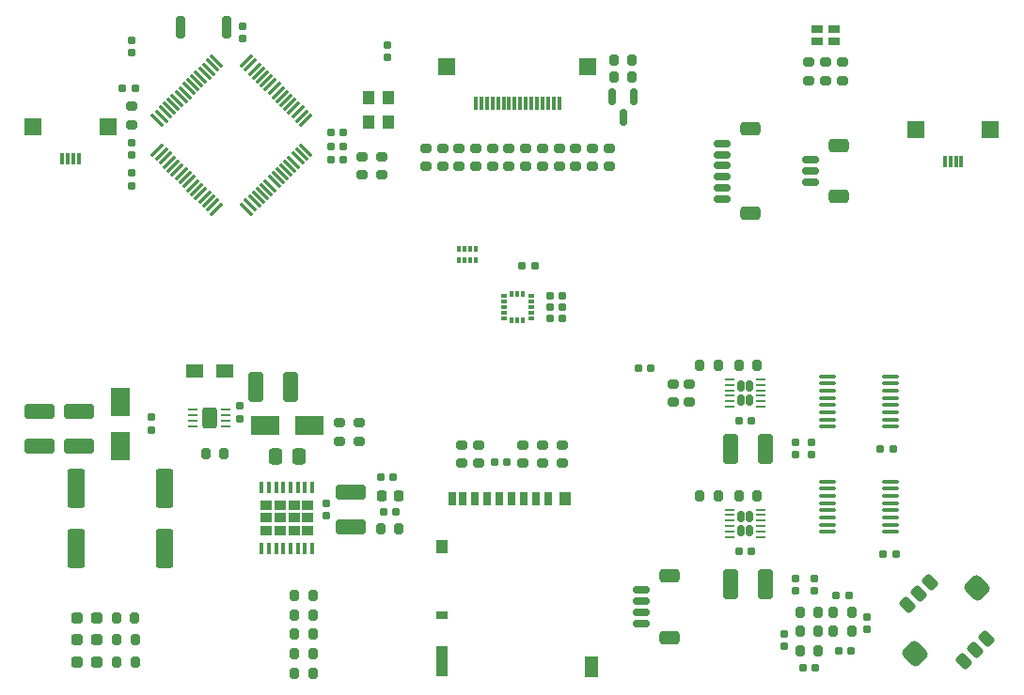
<source format=gbr>
%TF.GenerationSoftware,KiCad,Pcbnew,(6.0.4)*%
%TF.CreationDate,2022-08-24T21:10:21+09:00*%
%TF.ProjectId,robotrace_v1_main,726f626f-7472-4616-9365-5f76315f6d61,rev?*%
%TF.SameCoordinates,Original*%
%TF.FileFunction,Paste,Top*%
%TF.FilePolarity,Positive*%
%FSLAX46Y46*%
G04 Gerber Fmt 4.6, Leading zero omitted, Abs format (unit mm)*
G04 Created by KiCad (PCBNEW (6.0.4)) date 2022-08-24 21:10:21*
%MOMM*%
%LPD*%
G01*
G04 APERTURE LIST*
G04 Aperture macros list*
%AMRoundRect*
0 Rectangle with rounded corners*
0 $1 Rounding radius*
0 $2 $3 $4 $5 $6 $7 $8 $9 X,Y pos of 4 corners*
0 Add a 4 corners polygon primitive as box body*
4,1,4,$2,$3,$4,$5,$6,$7,$8,$9,$2,$3,0*
0 Add four circle primitives for the rounded corners*
1,1,$1+$1,$2,$3*
1,1,$1+$1,$4,$5*
1,1,$1+$1,$6,$7*
1,1,$1+$1,$8,$9*
0 Add four rect primitives between the rounded corners*
20,1,$1+$1,$2,$3,$4,$5,0*
20,1,$1+$1,$4,$5,$6,$7,0*
20,1,$1+$1,$6,$7,$8,$9,0*
20,1,$1+$1,$8,$9,$2,$3,0*%
G04 Aperture macros list end*
%ADD10RoundRect,0.200000X0.275000X-0.200000X0.275000X0.200000X-0.275000X0.200000X-0.275000X-0.200000X0*%
%ADD11R,0.700000X1.200000*%
%ADD12R,1.000000X0.800000*%
%ADD13R,1.000000X1.200000*%
%ADD14R,1.000000X2.800000*%
%ADD15R,1.300000X1.900000*%
%ADD16RoundRect,0.250000X-0.412500X-1.100000X0.412500X-1.100000X0.412500X1.100000X-0.412500X1.100000X0*%
%ADD17RoundRect,0.200000X-0.275000X0.200000X-0.275000X-0.200000X0.275000X-0.200000X0.275000X0.200000X0*%
%ADD18R,1.500000X1.200000*%
%ADD19RoundRect,0.155000X-0.155000X0.212500X-0.155000X-0.212500X0.155000X-0.212500X0.155000X0.212500X0*%
%ADD20RoundRect,0.155000X-0.212500X-0.155000X0.212500X-0.155000X0.212500X0.155000X-0.212500X0.155000X0*%
%ADD21RoundRect,0.200000X0.200000X0.275000X-0.200000X0.275000X-0.200000X-0.275000X0.200000X-0.275000X0*%
%ADD22RoundRect,0.250000X1.100000X-0.412500X1.100000X0.412500X-1.100000X0.412500X-1.100000X-0.412500X0*%
%ADD23RoundRect,0.250000X-0.337500X-0.475000X0.337500X-0.475000X0.337500X0.475000X-0.337500X0.475000X0*%
%ADD24RoundRect,0.155000X0.155000X-0.212500X0.155000X0.212500X-0.155000X0.212500X-0.155000X-0.212500X0*%
%ADD25R,1.050000X0.880000*%
%ADD26R,0.450000X1.050000*%
%ADD27R,0.300000X1.000000*%
%ADD28R,1.600000X1.600000*%
%ADD29RoundRect,0.237500X-0.287500X-0.237500X0.287500X-0.237500X0.287500X0.237500X-0.287500X0.237500X0*%
%ADD30RoundRect,0.150000X-0.625000X0.150000X-0.625000X-0.150000X0.625000X-0.150000X0.625000X0.150000X0*%
%ADD31RoundRect,0.250000X-0.650000X0.350000X-0.650000X-0.350000X0.650000X-0.350000X0.650000X0.350000X0*%
%ADD32RoundRect,0.200000X-0.200000X-0.275000X0.200000X-0.275000X0.200000X0.275000X-0.200000X0.275000X0*%
%ADD33RoundRect,0.250000X-0.415000X-0.710000X0.415000X-0.710000X0.415000X0.710000X-0.415000X0.710000X0*%
%ADD34RoundRect,0.062500X-0.362500X-0.062500X0.362500X-0.062500X0.362500X0.062500X-0.362500X0.062500X0*%
%ADD35R,1.800000X2.500000*%
%ADD36RoundRect,0.250000X0.550000X-1.500000X0.550000X1.500000X-0.550000X1.500000X-0.550000X-1.500000X0*%
%ADD37RoundRect,0.075000X0.441942X0.548008X-0.548008X-0.441942X-0.441942X-0.548008X0.548008X0.441942X0*%
%ADD38RoundRect,0.075000X-0.441942X0.548008X-0.548008X0.441942X0.441942X-0.548008X0.548008X-0.441942X0*%
%ADD39RoundRect,0.160000X-0.160000X-0.345000X0.160000X-0.345000X0.160000X0.345000X-0.160000X0.345000X0*%
%ADD40RoundRect,0.250000X-1.100000X0.412500X-1.100000X-0.412500X1.100000X-0.412500X1.100000X0.412500X0*%
%ADD41RoundRect,0.250000X-0.477297X0.123744X0.123744X-0.477297X0.477297X-0.123744X-0.123744X0.477297X0*%
%ADD42RoundRect,0.450000X-0.707107X0.070711X0.070711X-0.707107X0.707107X-0.070711X-0.070711X0.707107X0*%
%ADD43R,1.000000X1.300000*%
%ADD44RoundRect,0.200000X0.200000X0.800000X-0.200000X0.800000X-0.200000X-0.800000X0.200000X-0.800000X0*%
%ADD45RoundRect,0.218750X-0.218750X-0.256250X0.218750X-0.256250X0.218750X0.256250X-0.218750X0.256250X0*%
%ADD46RoundRect,0.100000X-0.637500X-0.100000X0.637500X-0.100000X0.637500X0.100000X-0.637500X0.100000X0*%
%ADD47R,2.500000X1.800000*%
%ADD48RoundRect,0.155000X0.212500X0.155000X-0.212500X0.155000X-0.212500X-0.155000X0.212500X-0.155000X0*%
%ADD49RoundRect,0.087500X-0.187500X-0.087500X0.187500X-0.087500X0.187500X0.087500X-0.187500X0.087500X0*%
%ADD50RoundRect,0.087500X-0.087500X-0.187500X0.087500X-0.187500X0.087500X0.187500X-0.087500X0.187500X0*%
%ADD51R,0.300000X1.300000*%
%ADD52RoundRect,0.150000X-0.150000X0.587500X-0.150000X-0.587500X0.150000X-0.587500X0.150000X0.587500X0*%
%ADD53R,0.400000X0.500000*%
%ADD54R,0.300000X0.500000*%
G04 APERTURE END LIST*
D10*
%TO.C,R30*%
X149500000Y-97825000D03*
X149500000Y-96175000D03*
%TD*%
D11*
%TO.C,J8*%
X150025000Y-127810000D03*
X148925000Y-127810000D03*
X147825000Y-127810000D03*
X146725000Y-127810000D03*
X145625000Y-127810000D03*
X144525000Y-127810000D03*
X143425000Y-127810000D03*
X142325000Y-127810000D03*
X141375000Y-127810000D03*
D12*
X140425000Y-138310000D03*
D13*
X151575000Y-127810000D03*
X140425000Y-132110000D03*
D14*
X140425000Y-142460000D03*
D15*
X153925000Y-142910000D03*
%TD*%
D16*
%TO.C,C26*%
X123687500Y-117687500D03*
X126812500Y-117687500D03*
%TD*%
D10*
%TO.C,R18*%
X139000000Y-97825000D03*
X139000000Y-96175000D03*
%TD*%
D17*
%TO.C,R39*%
X161250000Y-117425000D03*
X161250000Y-119075000D03*
%TD*%
D18*
%TO.C,L1*%
X118150000Y-116250000D03*
X120850000Y-116250000D03*
%TD*%
D10*
%TO.C,R29*%
X148000000Y-97825000D03*
X148000000Y-96175000D03*
%TD*%
D19*
%TO.C,C35*%
X174000000Y-134932500D03*
X174000000Y-136067500D03*
%TD*%
D17*
%TO.C,R4*%
X112500000Y-92425000D03*
X112500000Y-94075000D03*
%TD*%
D20*
%TO.C,C42*%
X135182500Y-129000000D03*
X136317500Y-129000000D03*
%TD*%
%TO.C,C24*%
X147682500Y-106750000D03*
X148817500Y-106750000D03*
%TD*%
D17*
%TO.C,R46*%
X133250000Y-96925000D03*
X133250000Y-98575000D03*
%TD*%
D21*
%TO.C,R9*%
X174325000Y-138000000D03*
X172675000Y-138000000D03*
%TD*%
D22*
%TO.C,C38*%
X132250000Y-130312500D03*
X132250000Y-127187500D03*
%TD*%
D23*
%TO.C,C29*%
X125462500Y-123937500D03*
X127537500Y-123937500D03*
%TD*%
D24*
%TO.C,C1*%
X122500000Y-86317500D03*
X122500000Y-85182500D03*
%TD*%
D25*
%TO.C,U6*%
X128375000Y-128366600D03*
X127125000Y-128366600D03*
X124625000Y-128366600D03*
X125875000Y-129500000D03*
X127125000Y-129500000D03*
X128375000Y-130633400D03*
X124625000Y-130633400D03*
X125875000Y-128366600D03*
X125875000Y-130633400D03*
X128375000Y-129500000D03*
X127125000Y-130633400D03*
X124625000Y-129500000D03*
D26*
X124225000Y-132275000D03*
X124875000Y-132275000D03*
X125525000Y-132275000D03*
X126175000Y-132275000D03*
X126825000Y-132275000D03*
X127475000Y-132275000D03*
X128125000Y-132275000D03*
X128775000Y-132275000D03*
X128775000Y-126725000D03*
X128125000Y-126725000D03*
X127475000Y-126725000D03*
X126825000Y-126725000D03*
X126175000Y-126725000D03*
X125525000Y-126725000D03*
X124875000Y-126725000D03*
X124225000Y-126725000D03*
%TD*%
D27*
%TO.C,J1*%
X187225000Y-97400000D03*
X186725000Y-97400000D03*
X186250000Y-97400000D03*
X185750000Y-97400000D03*
D28*
X183137500Y-94525000D03*
X189837500Y-94525000D03*
%TD*%
D29*
%TO.C,D2*%
X107625000Y-138500000D03*
X109375000Y-138500000D03*
%TD*%
D21*
%TO.C,R12*%
X174325000Y-139750000D03*
X172675000Y-139750000D03*
%TD*%
D30*
%TO.C,J4*%
X158425000Y-136000000D03*
X158425000Y-137000000D03*
X158425000Y-138000000D03*
X158425000Y-139000000D03*
D31*
X160950000Y-140300000D03*
X160950000Y-134700000D03*
%TD*%
D20*
%TO.C,C13*%
X130432500Y-97250000D03*
X131567500Y-97250000D03*
%TD*%
D10*
%TO.C,R27*%
X145000000Y-97825000D03*
X145000000Y-96175000D03*
%TD*%
D32*
%TO.C,R47*%
X134925000Y-130500000D03*
X136575000Y-130500000D03*
%TD*%
D10*
%TO.C,R45*%
X131250000Y-122575000D03*
X131250000Y-120925000D03*
%TD*%
D17*
%TO.C,R17*%
X147750000Y-122925000D03*
X147750000Y-124575000D03*
%TD*%
D24*
%TO.C,C37*%
X130000000Y-129317500D03*
X130000000Y-128182500D03*
%TD*%
D32*
%TO.C,R10*%
X175675000Y-138000000D03*
X177325000Y-138000000D03*
%TD*%
D10*
%TO.C,R28*%
X146500000Y-97825000D03*
X146500000Y-96175000D03*
%TD*%
D33*
%TO.C,U3*%
X119500000Y-120500000D03*
D34*
X118025000Y-119750000D03*
X118025000Y-120250000D03*
X118025000Y-120750000D03*
X118025000Y-121250000D03*
X120975000Y-121250000D03*
X120975000Y-120750000D03*
X120975000Y-120250000D03*
X120975000Y-119750000D03*
%TD*%
D16*
%TO.C,C33*%
X166437500Y-135500000D03*
X169562500Y-135500000D03*
%TD*%
D29*
%TO.C,D5*%
X107625000Y-140500000D03*
X109375000Y-140500000D03*
%TD*%
D19*
%TO.C,C25*%
X122250000Y-119432500D03*
X122250000Y-120567500D03*
%TD*%
D32*
%TO.C,R38*%
X111175000Y-140500000D03*
X112825000Y-140500000D03*
%TD*%
D10*
%TO.C,R26*%
X143500000Y-97825000D03*
X143500000Y-96175000D03*
%TD*%
D35*
%TO.C,D3*%
X111500000Y-119062500D03*
X111500000Y-123062500D03*
%TD*%
D36*
%TO.C,C15*%
X107500000Y-132262500D03*
X107500000Y-126862500D03*
%TD*%
D37*
%TO.C,U1*%
X128164481Y-93638819D03*
X127810928Y-93285266D03*
X127457375Y-92931713D03*
X127103821Y-92578159D03*
X126750268Y-92224606D03*
X126396714Y-91871052D03*
X126043161Y-91517499D03*
X125689608Y-91163946D03*
X125336054Y-90810392D03*
X124982501Y-90456839D03*
X124628948Y-90103286D03*
X124275394Y-89749732D03*
X123921841Y-89396179D03*
X123568287Y-89042625D03*
X123214734Y-88689072D03*
X122861181Y-88335519D03*
D38*
X120138819Y-88335519D03*
X119785266Y-88689072D03*
X119431713Y-89042625D03*
X119078159Y-89396179D03*
X118724606Y-89749732D03*
X118371052Y-90103286D03*
X118017499Y-90456839D03*
X117663946Y-90810392D03*
X117310392Y-91163946D03*
X116956839Y-91517499D03*
X116603286Y-91871052D03*
X116249732Y-92224606D03*
X115896179Y-92578159D03*
X115542625Y-92931713D03*
X115189072Y-93285266D03*
X114835519Y-93638819D03*
D37*
X114835519Y-96361181D03*
X115189072Y-96714734D03*
X115542625Y-97068287D03*
X115896179Y-97421841D03*
X116249732Y-97775394D03*
X116603286Y-98128948D03*
X116956839Y-98482501D03*
X117310392Y-98836054D03*
X117663946Y-99189608D03*
X118017499Y-99543161D03*
X118371052Y-99896714D03*
X118724606Y-100250268D03*
X119078159Y-100603821D03*
X119431713Y-100957375D03*
X119785266Y-101310928D03*
X120138819Y-101664481D03*
D38*
X122861181Y-101664481D03*
X123214734Y-101310928D03*
X123568287Y-100957375D03*
X123921841Y-100603821D03*
X124275394Y-100250268D03*
X124628948Y-99896714D03*
X124982501Y-99543161D03*
X125336054Y-99189608D03*
X125689608Y-98836054D03*
X126043161Y-98482501D03*
X126396714Y-98128948D03*
X126750268Y-97775394D03*
X127103821Y-97421841D03*
X127457375Y-97068287D03*
X127810928Y-96714734D03*
X128164481Y-96361181D03*
%TD*%
D39*
%TO.C,U5*%
X168150000Y-130625000D03*
X167350000Y-129375000D03*
X168150000Y-129375000D03*
X167350000Y-130625000D03*
D34*
X166325000Y-128750000D03*
X166325000Y-129250000D03*
X166325000Y-129750000D03*
X166325000Y-130250000D03*
X166325000Y-130750000D03*
X166325000Y-131250000D03*
X169175000Y-131250000D03*
X169175000Y-130750000D03*
X169175000Y-130250000D03*
X169175000Y-129750000D03*
X169175000Y-129250000D03*
X169175000Y-128750000D03*
%TD*%
D40*
%TO.C,C18*%
X107750000Y-119937500D03*
X107750000Y-123062500D03*
%TD*%
D20*
%TO.C,C39*%
X179932500Y-123250000D03*
X181067500Y-123250000D03*
%TD*%
D21*
%TO.C,R40*%
X168825000Y-115750000D03*
X167175000Y-115750000D03*
%TD*%
D17*
%TO.C,R15*%
X142250000Y-122925000D03*
X142250000Y-124575000D03*
%TD*%
%TO.C,R1*%
X173500000Y-88425000D03*
X173500000Y-90075000D03*
%TD*%
%TO.C,R48*%
X135000000Y-96925000D03*
X135000000Y-98575000D03*
%TD*%
D32*
%TO.C,R8*%
X127175000Y-138250000D03*
X128825000Y-138250000D03*
%TD*%
D20*
%TO.C,C6*%
X176182500Y-141500000D03*
X177317500Y-141500000D03*
%TD*%
D41*
%TO.C,SW2*%
X184387658Y-135322779D03*
X183380030Y-136330406D03*
X182372403Y-137338033D03*
X189443471Y-140378592D03*
X188435844Y-141386220D03*
X187428217Y-142393847D03*
D42*
X188630298Y-135853109D03*
X183044155Y-141722095D03*
%TD*%
D43*
%TO.C,Y1*%
X135650000Y-93850000D03*
X135650000Y-91650000D03*
X133850000Y-91650000D03*
X133850000Y-93850000D03*
%TD*%
D10*
%TO.C,R33*%
X154000000Y-97825000D03*
X154000000Y-96175000D03*
%TD*%
D44*
%TO.C,SW1*%
X121100000Y-85250000D03*
X116900000Y-85250000D03*
%TD*%
D39*
%TO.C,U4*%
X168150000Y-118875000D03*
X167350000Y-118875000D03*
X168150000Y-117625000D03*
X167350000Y-117625000D03*
D34*
X166325000Y-117000000D03*
X166325000Y-117500000D03*
X166325000Y-118000000D03*
X166325000Y-118500000D03*
X166325000Y-119000000D03*
X166325000Y-119500000D03*
X169175000Y-119500000D03*
X169175000Y-119000000D03*
X169175000Y-118500000D03*
X169175000Y-118000000D03*
X169175000Y-117500000D03*
X169175000Y-117000000D03*
%TD*%
D17*
%TO.C,R42*%
X162750000Y-117425000D03*
X162750000Y-119075000D03*
%TD*%
D20*
%TO.C,C28*%
X167182500Y-132500000D03*
X168317500Y-132500000D03*
%TD*%
D30*
%TO.C,J6*%
X165675000Y-95750000D03*
X165675000Y-96750000D03*
X165675000Y-97750000D03*
X165675000Y-98750000D03*
X165675000Y-99750000D03*
X165675000Y-100750000D03*
D31*
X168200000Y-102050000D03*
X168200000Y-94450000D03*
%TD*%
D21*
%TO.C,R24*%
X157575000Y-89750000D03*
X155925000Y-89750000D03*
%TD*%
D29*
%TO.C,D6*%
X107625000Y-142500000D03*
X109375000Y-142500000D03*
%TD*%
D16*
%TO.C,C31*%
X166437500Y-123250000D03*
X169562500Y-123250000D03*
%TD*%
D17*
%TO.C,R2*%
X175000000Y-88425000D03*
X175000000Y-90075000D03*
%TD*%
D20*
%TO.C,C22*%
X150182500Y-111500000D03*
X151317500Y-111500000D03*
%TD*%
D17*
%TO.C,R20*%
X149500000Y-122925000D03*
X149500000Y-124575000D03*
%TD*%
D32*
%TO.C,R35*%
X119175000Y-123750000D03*
X120825000Y-123750000D03*
%TD*%
D45*
%TO.C,FB1*%
X135012500Y-127500000D03*
X136587500Y-127500000D03*
%TD*%
D46*
%TO.C,U7*%
X175137500Y-116725000D03*
X175137500Y-117375000D03*
X175137500Y-118025000D03*
X175137500Y-118675000D03*
X175137500Y-119325000D03*
X175137500Y-119975000D03*
X175137500Y-120625000D03*
X175137500Y-121275000D03*
X180862500Y-121275000D03*
X180862500Y-120625000D03*
X180862500Y-119975000D03*
X180862500Y-119325000D03*
X180862500Y-118675000D03*
X180862500Y-118025000D03*
X180862500Y-117375000D03*
X180862500Y-116725000D03*
%TD*%
D17*
%TO.C,R16*%
X143750000Y-122925000D03*
X143750000Y-124575000D03*
%TD*%
D32*
%TO.C,R22*%
X111125000Y-138500000D03*
X112775000Y-138500000D03*
%TD*%
D19*
%TO.C,C23*%
X114250000Y-120432500D03*
X114250000Y-121567500D03*
%TD*%
D32*
%TO.C,R6*%
X127175000Y-141750000D03*
X128825000Y-141750000D03*
%TD*%
D20*
%TO.C,C41*%
X134932500Y-125800000D03*
X136067500Y-125800000D03*
%TD*%
D19*
%TO.C,C34*%
X173750000Y-122682500D03*
X173750000Y-123817500D03*
%TD*%
D10*
%TO.C,R21*%
X140500000Y-97825000D03*
X140500000Y-96175000D03*
%TD*%
D20*
%TO.C,C21*%
X150182500Y-110500000D03*
X151317500Y-110500000D03*
%TD*%
D21*
%TO.C,R41*%
X168825000Y-127500000D03*
X167175000Y-127500000D03*
%TD*%
D47*
%TO.C,D4*%
X124500000Y-121187500D03*
X128500000Y-121187500D03*
%TD*%
D32*
%TO.C,R5*%
X127175000Y-143500000D03*
X128825000Y-143500000D03*
%TD*%
D46*
%TO.C,U8*%
X175137500Y-126225000D03*
X175137500Y-126875000D03*
X175137500Y-127525000D03*
X175137500Y-128175000D03*
X175137500Y-128825000D03*
X175137500Y-129475000D03*
X175137500Y-130125000D03*
X175137500Y-130775000D03*
X180862500Y-130775000D03*
X180862500Y-130125000D03*
X180862500Y-129475000D03*
X180862500Y-128825000D03*
X180862500Y-128175000D03*
X180862500Y-127525000D03*
X180862500Y-126875000D03*
X180862500Y-126225000D03*
%TD*%
D32*
%TO.C,R7*%
X127175000Y-140000000D03*
X128825000Y-140000000D03*
%TD*%
D48*
%TO.C,C36*%
X159267500Y-116000000D03*
X158132500Y-116000000D03*
%TD*%
D10*
%TO.C,R31*%
X151000000Y-97825000D03*
X151000000Y-96175000D03*
%TD*%
D24*
%TO.C,C5*%
X178750000Y-139567500D03*
X178750000Y-138432500D03*
%TD*%
D19*
%TO.C,C12*%
X112500000Y-98432500D03*
X112500000Y-99567500D03*
%TD*%
D12*
%TO.C,D1*%
X174250000Y-85450000D03*
X175750000Y-85450000D03*
X175750000Y-86550000D03*
X174250000Y-86550000D03*
%TD*%
D32*
%TO.C,R19*%
X155925000Y-88250000D03*
X157575000Y-88250000D03*
%TD*%
D21*
%TO.C,R11*%
X177325000Y-139750000D03*
X175675000Y-139750000D03*
%TD*%
D19*
%TO.C,C14*%
X135500000Y-86865000D03*
X135500000Y-88000000D03*
%TD*%
D49*
%TO.C,U2*%
X146025000Y-109500000D03*
X146025000Y-110000000D03*
X146025000Y-110500000D03*
X146025000Y-111000000D03*
X146025000Y-111500000D03*
D50*
X146750000Y-111725000D03*
X147250000Y-111725000D03*
X147750000Y-111725000D03*
D49*
X148475000Y-111500000D03*
X148475000Y-111000000D03*
X148475000Y-110500000D03*
X148475000Y-110000000D03*
X148475000Y-109500000D03*
D50*
X147750000Y-109275000D03*
X147250000Y-109275000D03*
X146750000Y-109275000D03*
%TD*%
D20*
%TO.C,C27*%
X167182500Y-120750000D03*
X168317500Y-120750000D03*
%TD*%
D32*
%TO.C,R37*%
X163675000Y-127500000D03*
X165325000Y-127500000D03*
%TD*%
D20*
%TO.C,C9*%
X130432500Y-96000000D03*
X131567500Y-96000000D03*
%TD*%
D21*
%TO.C,R14*%
X128825000Y-136500000D03*
X127175000Y-136500000D03*
%TD*%
D20*
%TO.C,C3*%
X111682500Y-90750000D03*
X112817500Y-90750000D03*
%TD*%
D19*
%TO.C,C32*%
X172250000Y-134932500D03*
X172250000Y-136067500D03*
%TD*%
D51*
%TO.C,J9*%
X151000000Y-92100000D03*
X150500000Y-92100000D03*
X150000000Y-92100000D03*
X149500000Y-92100000D03*
X149000000Y-92100000D03*
X148500000Y-92100000D03*
X148000000Y-92100000D03*
X147500000Y-92100000D03*
X147000000Y-92100000D03*
X146500000Y-92100000D03*
X146000000Y-92100000D03*
X145500000Y-92100000D03*
X145000000Y-92100000D03*
X144500000Y-92100000D03*
X144000000Y-92100000D03*
X143500000Y-92100000D03*
D28*
X153600000Y-88850000D03*
X140900000Y-88850000D03*
%TD*%
D30*
%TO.C,J3*%
X173675000Y-97250000D03*
X173675000Y-98250000D03*
X173675000Y-99250000D03*
D31*
X176200000Y-95950000D03*
X176200000Y-100550000D03*
%TD*%
D10*
%TO.C,R34*%
X155500000Y-97825000D03*
X155500000Y-96175000D03*
%TD*%
D20*
%TO.C,C4*%
X175932500Y-136500000D03*
X177067500Y-136500000D03*
%TD*%
D17*
%TO.C,R25*%
X151250000Y-122925000D03*
X151250000Y-124575000D03*
%TD*%
D32*
%TO.C,R44*%
X111175000Y-142500000D03*
X112825000Y-142500000D03*
%TD*%
D24*
%TO.C,C10*%
X112500000Y-87567500D03*
X112500000Y-86432500D03*
%TD*%
D48*
%TO.C,C8*%
X174067500Y-143000000D03*
X172932500Y-143000000D03*
%TD*%
D10*
%TO.C,R23*%
X142000000Y-97825000D03*
X142000000Y-96175000D03*
%TD*%
D32*
%TO.C,R36*%
X163675000Y-115750000D03*
X165325000Y-115750000D03*
%TD*%
D20*
%TO.C,C20*%
X150182500Y-109500000D03*
X151317500Y-109500000D03*
%TD*%
D52*
%TO.C,Q1*%
X157700000Y-91562500D03*
X155800000Y-91562500D03*
X156750000Y-93437500D03*
%TD*%
D32*
%TO.C,R13*%
X172675000Y-141500000D03*
X174325000Y-141500000D03*
%TD*%
D10*
%TO.C,R43*%
X133000000Y-122575000D03*
X133000000Y-120925000D03*
%TD*%
D17*
%TO.C,R3*%
X176500000Y-88425000D03*
X176500000Y-90075000D03*
%TD*%
D19*
%TO.C,C30*%
X172250000Y-122682500D03*
X172250000Y-123817500D03*
%TD*%
D10*
%TO.C,R32*%
X152500000Y-97825000D03*
X152500000Y-96175000D03*
%TD*%
D27*
%TO.C,J2*%
X107737500Y-97150000D03*
X107237500Y-97150000D03*
X106762500Y-97150000D03*
X106262500Y-97150000D03*
D28*
X110350000Y-94275000D03*
X103650000Y-94275000D03*
%TD*%
D24*
%TO.C,C11*%
X112500000Y-96817500D03*
X112500000Y-95682500D03*
%TD*%
D20*
%TO.C,C40*%
X180182500Y-132750000D03*
X181317500Y-132750000D03*
%TD*%
D36*
%TO.C,C16*%
X115500000Y-132262500D03*
X115500000Y-126862500D03*
%TD*%
D40*
%TO.C,C17*%
X104250000Y-119937500D03*
X104250000Y-123062500D03*
%TD*%
D48*
%TO.C,C19*%
X146317500Y-124500000D03*
X145182500Y-124500000D03*
%TD*%
D20*
%TO.C,C2*%
X130432500Y-94750000D03*
X131567500Y-94750000D03*
%TD*%
D19*
%TO.C,C7*%
X171250000Y-139932500D03*
X171250000Y-141067500D03*
%TD*%
D53*
%TO.C,RN1*%
X142000000Y-106250000D03*
D54*
X142500000Y-106250000D03*
X143000000Y-106250000D03*
D53*
X143500000Y-106250000D03*
X143500000Y-105250000D03*
D54*
X143000000Y-105250000D03*
X142500000Y-105250000D03*
D53*
X142000000Y-105250000D03*
%TD*%
M02*

</source>
